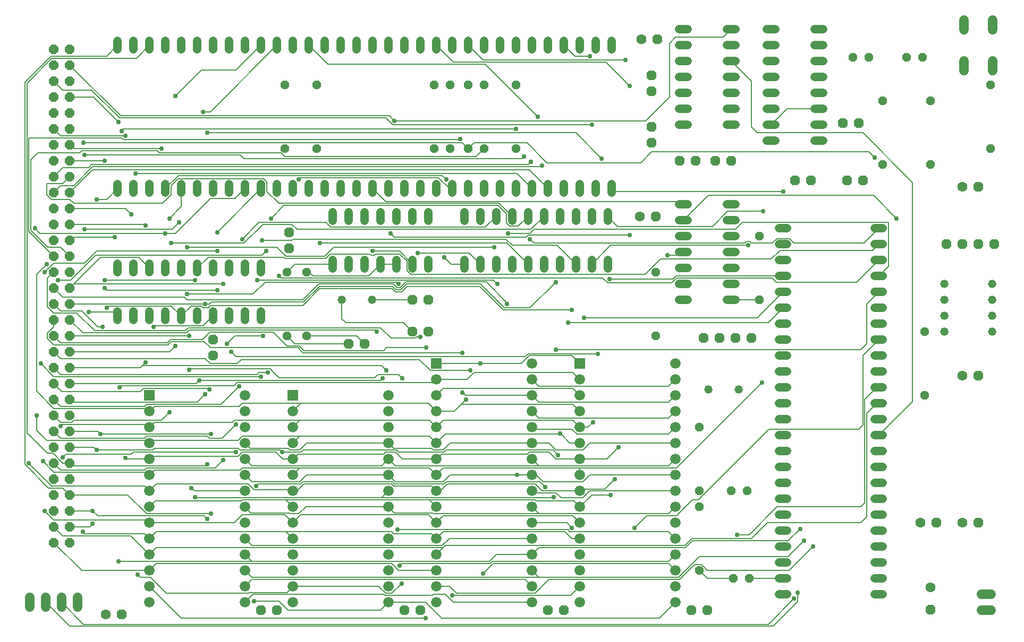
<source format=gbr>
G04 EAGLE Gerber RS-274X export*
G75*
%MOMM*%
%FSLAX34Y34*%
%LPD*%
%INBottom Copper*%
%IPPOS*%
%AMOC8*
5,1,8,0,0,1.08239X$1,22.5*%
G01*
%ADD10P,1.732040X8X22.500000*%
%ADD11C,1.600200*%
%ADD12P,1.732040X8X112.500000*%
%ADD13P,1.732040X8X292.500000*%
%ADD14C,1.320800*%
%ADD15C,1.320800*%
%ADD16C,1.524000*%
%ADD17P,1.649562X8X292.500000*%
%ADD18P,1.429621X8X22.500000*%
%ADD19P,1.429621X8X202.500000*%
%ADD20P,1.429621X8X112.500000*%
%ADD21P,1.429621X8X292.500000*%
%ADD22R,1.676400X1.676400*%
%ADD23C,1.676400*%
%ADD24C,0.152400*%
%ADD25C,0.756400*%


D10*
X1130300Y755650D03*
X1155700Y755650D03*
X1162050Y473075D03*
X1187450Y473075D03*
X1111250Y473075D03*
X1136650Y473075D03*
X1073150Y755650D03*
X1098550Y755650D03*
X1339850Y723900D03*
X1365250Y723900D03*
X1257300Y723900D03*
X1282700Y723900D03*
X1549400Y714375D03*
D11*
X1524000Y714375D03*
D10*
X1035050Y666750D03*
D11*
X1009650Y666750D03*
D10*
X184150Y31750D03*
D11*
X158750Y31750D03*
D12*
X1028700Y866775D03*
X1028700Y892175D03*
D10*
X1333500Y815975D03*
X1358900Y815975D03*
X647700Y482600D03*
X673100Y482600D03*
X546100Y463550D03*
X571500Y463550D03*
X647700Y533400D03*
X673100Y533400D03*
X1498600Y622300D03*
X1524000Y622300D03*
X1549400Y412750D03*
D11*
X1524000Y412750D03*
D10*
X1549400Y622300D03*
X1574800Y622300D03*
X1038225Y949325D03*
D11*
X1012825Y949325D03*
D10*
X1482725Y177800D03*
D11*
X1457325Y177800D03*
D13*
X1473200Y39370D03*
D11*
X1473200Y74930D03*
D12*
X1028700Y784225D03*
X1028700Y809625D03*
D10*
X1549400Y177800D03*
D11*
X1524000Y177800D03*
D10*
X406400Y38100D03*
X431800Y38100D03*
X635000Y38100D03*
X660400Y38100D03*
X863600Y38100D03*
X889000Y38100D03*
X1092200Y38100D03*
X1117600Y38100D03*
D14*
X520700Y583946D02*
X520700Y597154D01*
X546100Y597154D02*
X546100Y583946D01*
X673100Y583946D02*
X673100Y597154D01*
X673100Y660146D02*
X673100Y673354D01*
X571500Y597154D02*
X571500Y583946D01*
X596900Y583946D02*
X596900Y597154D01*
X647700Y597154D02*
X647700Y583946D01*
X622300Y583946D02*
X622300Y597154D01*
X647700Y660146D02*
X647700Y673354D01*
X622300Y673354D02*
X622300Y660146D01*
X596900Y660146D02*
X596900Y673354D01*
X571500Y673354D02*
X571500Y660146D01*
X546100Y660146D02*
X546100Y673354D01*
X520700Y673354D02*
X520700Y660146D01*
D15*
X1495425Y558800D03*
X1495425Y533400D03*
X1571625Y533400D03*
X1571625Y558800D03*
X1495425Y508000D03*
X1495425Y482600D03*
X1571625Y508000D03*
X1571625Y482600D03*
D14*
X1086104Y685800D02*
X1072896Y685800D01*
X1072896Y660400D02*
X1086104Y660400D01*
X1086104Y533400D02*
X1072896Y533400D01*
X1149096Y533400D02*
X1162304Y533400D01*
X1086104Y635000D02*
X1072896Y635000D01*
X1072896Y609600D02*
X1086104Y609600D01*
X1086104Y558800D02*
X1072896Y558800D01*
X1072896Y584200D02*
X1086104Y584200D01*
X1149096Y558800D02*
X1162304Y558800D01*
X1162304Y584200D02*
X1149096Y584200D01*
X1149096Y609600D02*
X1162304Y609600D01*
X1162304Y635000D02*
X1149096Y635000D01*
X1149096Y660400D02*
X1162304Y660400D01*
X1162304Y685800D02*
X1149096Y685800D01*
X177800Y704596D02*
X177800Y717804D01*
X203200Y717804D02*
X203200Y704596D01*
X228600Y704596D02*
X228600Y717804D01*
X254000Y717804D02*
X254000Y704596D01*
X279400Y704596D02*
X279400Y717804D01*
X304800Y717804D02*
X304800Y704596D01*
X330200Y704596D02*
X330200Y717804D01*
X355600Y717804D02*
X355600Y704596D01*
X381000Y704596D02*
X381000Y717804D01*
X406400Y717804D02*
X406400Y704596D01*
X431800Y704596D02*
X431800Y717804D01*
X457200Y717804D02*
X457200Y704596D01*
X482600Y704596D02*
X482600Y717804D01*
X508000Y717804D02*
X508000Y704596D01*
X533400Y704596D02*
X533400Y717804D01*
X558800Y717804D02*
X558800Y704596D01*
X584200Y704596D02*
X584200Y717804D01*
X609600Y717804D02*
X609600Y704596D01*
X635000Y704596D02*
X635000Y717804D01*
X965200Y717804D02*
X965200Y704596D01*
X965200Y933196D02*
X965200Y946404D01*
X635000Y946404D02*
X635000Y933196D01*
X609600Y933196D02*
X609600Y946404D01*
X584200Y946404D02*
X584200Y933196D01*
X558800Y933196D02*
X558800Y946404D01*
X533400Y946404D02*
X533400Y933196D01*
X508000Y933196D02*
X508000Y946404D01*
X482600Y946404D02*
X482600Y933196D01*
X457200Y933196D02*
X457200Y946404D01*
X431800Y946404D02*
X431800Y933196D01*
X406400Y933196D02*
X406400Y946404D01*
X381000Y946404D02*
X381000Y933196D01*
X355600Y933196D02*
X355600Y946404D01*
X330200Y946404D02*
X330200Y933196D01*
X304800Y933196D02*
X304800Y946404D01*
X279400Y946404D02*
X279400Y933196D01*
X254000Y933196D02*
X254000Y946404D01*
X228600Y946404D02*
X228600Y933196D01*
X203200Y933196D02*
X203200Y946404D01*
X177800Y946404D02*
X177800Y933196D01*
X660400Y717804D02*
X660400Y704596D01*
X685800Y704596D02*
X685800Y717804D01*
X711200Y717804D02*
X711200Y704596D01*
X736600Y704596D02*
X736600Y717804D01*
X762000Y717804D02*
X762000Y704596D01*
X787400Y704596D02*
X787400Y717804D01*
X812800Y717804D02*
X812800Y704596D01*
X838200Y704596D02*
X838200Y717804D01*
X863600Y717804D02*
X863600Y704596D01*
X889000Y704596D02*
X889000Y717804D01*
X914400Y717804D02*
X914400Y704596D01*
X939800Y704596D02*
X939800Y717804D01*
X660400Y933196D02*
X660400Y946404D01*
X685800Y946404D02*
X685800Y933196D01*
X711200Y933196D02*
X711200Y946404D01*
X736600Y946404D02*
X736600Y933196D01*
X762000Y933196D02*
X762000Y946404D01*
X787400Y946404D02*
X787400Y933196D01*
X812800Y933196D02*
X812800Y946404D01*
X838200Y946404D02*
X838200Y933196D01*
X863600Y933196D02*
X863600Y946404D01*
X889000Y946404D02*
X889000Y933196D01*
X914400Y933196D02*
X914400Y946404D01*
X939800Y946404D02*
X939800Y933196D01*
X730250Y597154D02*
X730250Y583946D01*
X755650Y583946D02*
X755650Y597154D01*
X781050Y597154D02*
X781050Y583946D01*
X806450Y583946D02*
X806450Y597154D01*
X831850Y597154D02*
X831850Y583946D01*
X857250Y583946D02*
X857250Y597154D01*
X882650Y597154D02*
X882650Y583946D01*
X908050Y583946D02*
X908050Y597154D01*
X933450Y597154D02*
X933450Y583946D01*
X958850Y583946D02*
X958850Y597154D01*
X958850Y660146D02*
X958850Y673354D01*
X933450Y673354D02*
X933450Y660146D01*
X908050Y660146D02*
X908050Y673354D01*
X882650Y673354D02*
X882650Y660146D01*
X857250Y660146D02*
X857250Y673354D01*
X831850Y673354D02*
X831850Y660146D01*
X806450Y660146D02*
X806450Y673354D01*
X781050Y673354D02*
X781050Y660146D01*
X755650Y660146D02*
X755650Y673354D01*
X730250Y673354D02*
X730250Y660146D01*
X1072896Y965200D02*
X1086104Y965200D01*
X1086104Y939800D02*
X1072896Y939800D01*
X1072896Y812800D02*
X1086104Y812800D01*
X1149096Y812800D02*
X1162304Y812800D01*
X1086104Y914400D02*
X1072896Y914400D01*
X1072896Y889000D02*
X1086104Y889000D01*
X1086104Y838200D02*
X1072896Y838200D01*
X1072896Y863600D02*
X1086104Y863600D01*
X1149096Y838200D02*
X1162304Y838200D01*
X1162304Y863600D02*
X1149096Y863600D01*
X1149096Y889000D02*
X1162304Y889000D01*
X1162304Y914400D02*
X1149096Y914400D01*
X1149096Y939800D02*
X1162304Y939800D01*
X1162304Y965200D02*
X1149096Y965200D01*
X1231646Y647700D02*
X1244854Y647700D01*
X1244854Y622300D02*
X1231646Y622300D01*
X1231646Y596900D02*
X1244854Y596900D01*
X1244854Y571500D02*
X1231646Y571500D01*
X1231646Y546100D02*
X1244854Y546100D01*
X1244854Y520700D02*
X1231646Y520700D01*
X1231646Y495300D02*
X1244854Y495300D01*
X1244854Y469900D02*
X1231646Y469900D01*
X1231646Y444500D02*
X1244854Y444500D01*
X1244854Y419100D02*
X1231646Y419100D01*
X1231646Y393700D02*
X1244854Y393700D01*
X1244854Y368300D02*
X1231646Y368300D01*
X1231646Y342900D02*
X1244854Y342900D01*
X1244854Y317500D02*
X1231646Y317500D01*
X1231646Y292100D02*
X1244854Y292100D01*
X1244854Y266700D02*
X1231646Y266700D01*
X1231646Y241300D02*
X1244854Y241300D01*
X1244854Y215900D02*
X1231646Y215900D01*
X1231646Y190500D02*
X1244854Y190500D01*
X1244854Y165100D02*
X1231646Y165100D01*
X1231646Y139700D02*
X1244854Y139700D01*
X1244854Y114300D02*
X1231646Y114300D01*
X1231646Y88900D02*
X1244854Y88900D01*
X1244854Y63500D02*
X1231646Y63500D01*
X1384046Y63500D02*
X1397254Y63500D01*
X1397254Y88900D02*
X1384046Y88900D01*
X1384046Y114300D02*
X1397254Y114300D01*
X1397254Y139700D02*
X1384046Y139700D01*
X1384046Y165100D02*
X1397254Y165100D01*
X1397254Y190500D02*
X1384046Y190500D01*
X1384046Y215900D02*
X1397254Y215900D01*
X1397254Y241300D02*
X1384046Y241300D01*
X1384046Y266700D02*
X1397254Y266700D01*
X1397254Y292100D02*
X1384046Y292100D01*
X1384046Y317500D02*
X1397254Y317500D01*
X1397254Y342900D02*
X1384046Y342900D01*
X1384046Y368300D02*
X1397254Y368300D01*
X1397254Y393700D02*
X1384046Y393700D01*
X1384046Y419100D02*
X1397254Y419100D01*
X1397254Y444500D02*
X1384046Y444500D01*
X1384046Y469900D02*
X1397254Y469900D01*
X1397254Y495300D02*
X1384046Y495300D01*
X1384046Y520700D02*
X1397254Y520700D01*
X1397254Y546100D02*
X1384046Y546100D01*
X1384046Y571500D02*
X1397254Y571500D01*
X1397254Y596900D02*
X1384046Y596900D01*
X1384046Y622300D02*
X1397254Y622300D01*
X1397254Y647700D02*
X1384046Y647700D01*
X1225804Y965200D02*
X1212596Y965200D01*
X1212596Y939800D02*
X1225804Y939800D01*
X1225804Y812800D02*
X1212596Y812800D01*
X1212596Y787400D02*
X1225804Y787400D01*
X1225804Y914400D02*
X1212596Y914400D01*
X1212596Y889000D02*
X1225804Y889000D01*
X1225804Y838200D02*
X1212596Y838200D01*
X1212596Y863600D02*
X1225804Y863600D01*
X1288796Y787400D02*
X1302004Y787400D01*
X1302004Y812800D02*
X1288796Y812800D01*
X1288796Y838200D02*
X1302004Y838200D01*
X1302004Y863600D02*
X1288796Y863600D01*
X1288796Y889000D02*
X1302004Y889000D01*
X1302004Y914400D02*
X1288796Y914400D01*
X1288796Y939800D02*
X1302004Y939800D01*
X1302004Y965200D02*
X1288796Y965200D01*
D16*
X38100Y58420D02*
X38100Y43180D01*
X63500Y43180D02*
X63500Y58420D01*
X88900Y58420D02*
X88900Y43180D01*
X114300Y43180D02*
X114300Y58420D01*
X1554480Y63500D02*
X1569720Y63500D01*
X1569720Y38100D02*
X1554480Y38100D01*
D17*
X76200Y933450D03*
X101600Y933450D03*
X76200Y908050D03*
X101600Y908050D03*
X76200Y882650D03*
X101600Y882650D03*
X76200Y857250D03*
X101600Y857250D03*
X76200Y831850D03*
X101600Y831850D03*
X76200Y806450D03*
X101600Y806450D03*
X76200Y781050D03*
X101600Y781050D03*
X76200Y755650D03*
X101600Y755650D03*
X76200Y730250D03*
X101600Y730250D03*
X76200Y704850D03*
X101600Y704850D03*
X76200Y679450D03*
X101600Y679450D03*
X76200Y654050D03*
X101600Y654050D03*
X76200Y628650D03*
X101600Y628650D03*
X76200Y603250D03*
X101600Y603250D03*
X76200Y577850D03*
X101600Y577850D03*
X76200Y552450D03*
X101600Y552450D03*
X76200Y527050D03*
X101600Y527050D03*
X76200Y501650D03*
X101600Y501650D03*
X76200Y476250D03*
X101600Y476250D03*
X76200Y450850D03*
X101600Y450850D03*
X76200Y425450D03*
X101600Y425450D03*
X76200Y400050D03*
X101600Y400050D03*
X76200Y374650D03*
X101600Y374650D03*
X76200Y349250D03*
X101600Y349250D03*
X76200Y323850D03*
X101600Y323850D03*
X76200Y298450D03*
X101600Y298450D03*
X76200Y273050D03*
X101600Y273050D03*
X76200Y247650D03*
X101600Y247650D03*
X76200Y222250D03*
X101600Y222250D03*
X76200Y196850D03*
X101600Y196850D03*
X76200Y171450D03*
X101600Y171450D03*
X76200Y146050D03*
X101600Y146050D03*
D18*
X1155700Y228600D03*
X1181100Y228600D03*
X1158875Y88900D03*
X1184275Y88900D03*
X1435100Y920750D03*
X1460500Y920750D03*
D19*
X1374775Y920750D03*
X1349375Y920750D03*
D15*
X1167130Y390525D03*
X1118870Y390525D03*
X534670Y533400D03*
X582930Y533400D03*
D20*
X682625Y774700D03*
X682625Y876300D03*
X444500Y774700D03*
X444500Y876300D03*
X479425Y476250D03*
X479425Y577850D03*
X708025Y774700D03*
X708025Y876300D03*
X1463675Y381000D03*
X1463675Y482600D03*
X1568450Y774700D03*
X1568450Y876300D03*
X1473200Y749300D03*
X1473200Y850900D03*
D21*
X1397000Y850900D03*
X1397000Y749300D03*
D20*
X1200150Y533400D03*
X1200150Y635000D03*
D21*
X1035050Y577850D03*
X1035050Y476250D03*
D20*
X1104900Y228600D03*
X1104900Y330200D03*
X1104900Y101600D03*
X1104900Y203200D03*
X736600Y774700D03*
X736600Y876300D03*
D21*
X447675Y577850D03*
X447675Y476250D03*
D20*
X762000Y774700D03*
X762000Y876300D03*
X812800Y774700D03*
X812800Y876300D03*
X495300Y774700D03*
X495300Y876300D03*
D16*
X1526794Y899668D02*
X1526794Y914908D01*
X1572006Y914908D02*
X1572006Y899668D01*
X1526794Y964692D02*
X1526794Y979932D01*
X1572006Y979932D02*
X1572006Y964692D01*
D22*
X228600Y381000D03*
D23*
X228600Y355600D03*
X228600Y330200D03*
X228600Y304800D03*
X228600Y279400D03*
X228600Y254000D03*
X228600Y228600D03*
X228600Y203200D03*
X228600Y177800D03*
X228600Y152400D03*
X228600Y127000D03*
X228600Y101600D03*
X228600Y76200D03*
X228600Y50800D03*
X381000Y50800D03*
X381000Y76200D03*
X381000Y101600D03*
X381000Y127000D03*
X381000Y152400D03*
X381000Y177800D03*
X381000Y203200D03*
X381000Y228600D03*
X381000Y254000D03*
X381000Y279400D03*
X381000Y304800D03*
X381000Y330200D03*
X381000Y355600D03*
X381000Y381000D03*
D22*
X457200Y381000D03*
D23*
X457200Y355600D03*
X457200Y330200D03*
X457200Y304800D03*
X457200Y279400D03*
X457200Y254000D03*
X457200Y228600D03*
X457200Y203200D03*
X457200Y177800D03*
X457200Y152400D03*
X457200Y127000D03*
X457200Y101600D03*
X457200Y76200D03*
X457200Y50800D03*
X609600Y50800D03*
X609600Y76200D03*
X609600Y101600D03*
X609600Y127000D03*
X609600Y152400D03*
X609600Y177800D03*
X609600Y203200D03*
X609600Y228600D03*
X609600Y254000D03*
X609600Y279400D03*
X609600Y304800D03*
X609600Y330200D03*
X609600Y355600D03*
X609600Y381000D03*
D22*
X685800Y431800D03*
D23*
X685800Y406400D03*
X685800Y381000D03*
X685800Y355600D03*
X685800Y330200D03*
X685800Y304800D03*
X685800Y279400D03*
X685800Y254000D03*
X685800Y228600D03*
X685800Y203200D03*
X685800Y177800D03*
X685800Y152400D03*
X685800Y127000D03*
X685800Y101600D03*
X685800Y76200D03*
X685800Y50800D03*
X838200Y50800D03*
X838200Y76200D03*
X838200Y101600D03*
X838200Y127000D03*
X838200Y152400D03*
X838200Y177800D03*
X838200Y203200D03*
X838200Y228600D03*
X838200Y254000D03*
X838200Y279400D03*
X838200Y304800D03*
X838200Y330200D03*
X838200Y355600D03*
X838200Y381000D03*
X838200Y406400D03*
X838200Y431800D03*
D22*
X914400Y431800D03*
D23*
X914400Y406400D03*
X914400Y381000D03*
X914400Y355600D03*
X914400Y330200D03*
X914400Y304800D03*
X914400Y279400D03*
X914400Y254000D03*
X914400Y228600D03*
X914400Y203200D03*
X914400Y177800D03*
X914400Y152400D03*
X914400Y127000D03*
X914400Y101600D03*
X914400Y76200D03*
X914400Y50800D03*
X1066800Y50800D03*
X1066800Y76200D03*
X1066800Y101600D03*
X1066800Y127000D03*
X1066800Y152400D03*
X1066800Y177800D03*
X1066800Y203200D03*
X1066800Y228600D03*
X1066800Y254000D03*
X1066800Y279400D03*
X1066800Y304800D03*
X1066800Y330200D03*
X1066800Y355600D03*
X1066800Y381000D03*
X1066800Y406400D03*
X1066800Y431800D03*
D14*
X177800Y501396D02*
X177800Y514604D01*
X203200Y514604D02*
X203200Y501396D01*
X228600Y501396D02*
X228600Y514604D01*
X254000Y514604D02*
X254000Y501396D01*
X279400Y501396D02*
X279400Y514604D01*
X304800Y514604D02*
X304800Y501396D01*
X330200Y501396D02*
X330200Y514604D01*
X355600Y514604D02*
X355600Y501396D01*
X381000Y501396D02*
X381000Y514604D01*
X406400Y514604D02*
X406400Y501396D01*
X406400Y577596D02*
X406400Y590804D01*
X381000Y590804D02*
X381000Y577596D01*
X355600Y577596D02*
X355600Y590804D01*
X330200Y590804D02*
X330200Y577596D01*
X304800Y577596D02*
X304800Y590804D01*
X279400Y590804D02*
X279400Y577596D01*
X254000Y577596D02*
X254000Y590804D01*
X228600Y590804D02*
X228600Y577596D01*
X203200Y577596D02*
X203200Y590804D01*
X177800Y590804D02*
X177800Y577596D01*
D12*
X330200Y444500D03*
X330200Y469900D03*
D13*
X450850Y641350D03*
X450850Y615950D03*
D24*
X623888Y166688D02*
X895350Y166688D01*
X898525Y163513D01*
X1055688Y163513D01*
X1066800Y152400D01*
X325438Y833438D02*
X431800Y939800D01*
X325438Y833438D02*
X314325Y833438D01*
X292100Y476250D02*
X101600Y476250D01*
D25*
X623888Y166688D03*
X314325Y833438D03*
X292100Y476250D03*
X625475Y558800D03*
X288925Y542925D03*
D24*
X393700Y542925D01*
X412750Y561975D01*
X622300Y561975D01*
X625475Y558800D01*
X630238Y112713D02*
X627063Y109538D01*
X630238Y112713D02*
X771525Y112713D01*
X774700Y115888D01*
X1055688Y115888D01*
X1066800Y127000D01*
X366713Y900113D02*
X406400Y939800D01*
X366713Y900113D02*
X311150Y900113D01*
X269875Y858838D01*
X269875Y460375D02*
X260350Y450850D01*
X101600Y450850D01*
X625475Y414338D02*
X631825Y407988D01*
X625475Y414338D02*
X592138Y414338D01*
X587375Y409575D01*
X434975Y409575D01*
X420688Y423863D01*
X293688Y423863D01*
X292100Y422275D01*
D25*
X627063Y109538D03*
X269875Y858838D03*
X269875Y460375D03*
X631825Y407988D03*
X292100Y422275D03*
D24*
X760413Y96838D02*
X776288Y112713D01*
X1055688Y112713D01*
X1066800Y101600D01*
X217488Y428625D02*
X214313Y425450D01*
X217488Y428625D02*
X222250Y433388D01*
X214313Y425450D02*
X101600Y425450D01*
X598488Y428625D02*
X606425Y420688D01*
X598488Y428625D02*
X217488Y428625D01*
D25*
X760413Y96838D03*
X222250Y433388D03*
X606425Y420688D03*
D24*
X307975Y404813D02*
X303213Y400050D01*
X101600Y400050D01*
X596900Y404813D02*
X600075Y407988D01*
X596900Y404813D02*
X307975Y404813D01*
D25*
X307975Y404813D03*
X600075Y407988D03*
D24*
X668338Y50800D02*
X693738Y25400D01*
X1041400Y25400D01*
X1066800Y50800D01*
X317500Y382588D02*
X304800Y369888D01*
X106363Y369888D01*
X101600Y374650D01*
X596900Y38100D02*
X609600Y50800D01*
X596900Y38100D02*
X449263Y38100D01*
X434975Y52388D01*
X395288Y52388D01*
D25*
X317500Y382588D03*
X395288Y52388D03*
D24*
X609600Y50800D02*
X668338Y50800D01*
X265113Y646113D02*
X276225Y657225D01*
X265113Y646113D02*
X125413Y646113D01*
X457200Y76200D02*
X447675Y66675D01*
X387350Y66675D01*
X385763Y65088D01*
X255588Y65088D01*
X230188Y90488D01*
X214313Y90488D01*
X209550Y95250D01*
X900113Y61913D02*
X914400Y76200D01*
X630238Y80963D02*
X614363Y65088D01*
X604838Y65088D01*
X593725Y76200D01*
X457200Y76200D01*
D25*
X276225Y657225D03*
X125413Y646113D03*
X209550Y95250D03*
X711200Y61913D03*
X630238Y80963D03*
D24*
X711200Y61913D02*
X900113Y61913D01*
X150813Y319088D02*
X146050Y323850D01*
X101600Y323850D01*
X150813Y319088D02*
X327025Y319088D01*
X850900Y242888D02*
X858838Y234950D01*
X850900Y242888D02*
X701675Y242888D01*
X698500Y239713D01*
X619125Y239713D01*
X615950Y242888D01*
X473075Y242888D01*
X469900Y239713D01*
X401638Y239713D01*
X398463Y236538D01*
D25*
X150813Y319088D03*
X327025Y319088D03*
X858838Y234950D03*
X398463Y236538D03*
D24*
X144463Y293688D02*
X139700Y298450D01*
X101600Y298450D01*
X436563Y293688D02*
X439738Y290513D01*
X436563Y293688D02*
X373063Y293688D01*
X369888Y296863D01*
X236538Y296863D01*
X233363Y293688D01*
X144463Y293688D01*
X871538Y293688D02*
X879475Y285750D01*
X871538Y293688D02*
X701675Y293688D01*
X698500Y290513D01*
X625475Y290513D01*
X622300Y293688D01*
X473075Y293688D01*
X469900Y290513D01*
X439738Y290513D01*
D25*
X144463Y293688D03*
X439738Y290513D03*
X879475Y285750D03*
D24*
X228600Y939800D02*
X207963Y919163D01*
X73025Y919163D01*
X33338Y879475D01*
X90488Y273050D02*
X101600Y273050D01*
X381000Y152400D02*
X392113Y141288D01*
X695325Y141288D01*
X706438Y152400D01*
X838200Y152400D01*
X106363Y268288D02*
X101600Y273050D01*
X106363Y268288D02*
X317500Y268288D01*
X320675Y271463D01*
D25*
X876300Y454025D03*
X320675Y271463D03*
D24*
X74994Y288544D02*
X65920Y288544D01*
X33338Y321127D01*
X33338Y879475D01*
X74994Y288544D02*
X90488Y273050D01*
X1362075Y454025D02*
X1371600Y463550D01*
X1371600Y527050D01*
X1390650Y546100D01*
X1362075Y454025D02*
X876300Y454025D01*
X1246188Y149225D02*
X1265238Y168275D01*
X1246188Y149225D02*
X1093788Y149225D01*
X1082675Y138113D01*
X849313Y138113D01*
X838200Y127000D01*
X392113Y115888D02*
X381000Y127000D01*
X392113Y115888D02*
X769938Y115888D01*
X781050Y127000D01*
X838200Y127000D01*
X392113Y115888D02*
X179388Y115888D01*
D25*
X1265238Y168275D03*
X179388Y115888D03*
D24*
X160338Y922338D02*
X177800Y939800D01*
X160338Y922338D02*
X71438Y922338D01*
X30163Y881063D01*
X1246188Y123825D02*
X1271588Y149225D01*
X1246188Y123825D02*
X1104900Y123825D01*
X1071563Y90488D01*
X849313Y90488D01*
X838200Y101600D01*
X392113Y90488D02*
X381000Y101600D01*
X392113Y90488D02*
X849313Y90488D01*
X193675Y222250D02*
X101600Y222250D01*
X193675Y222250D02*
X223838Y192088D01*
X327025Y192088D01*
D25*
X1271588Y149225D03*
X327025Y192088D03*
D24*
X90361Y233490D02*
X67492Y233490D01*
X30163Y270819D01*
X30163Y881063D01*
X90361Y233490D02*
X101600Y222250D01*
X160338Y693738D02*
X177800Y711200D01*
X160338Y693738D02*
X144463Y693738D01*
X138113Y196850D02*
X101600Y196850D01*
X1103313Y214313D02*
X1216025Y327025D01*
X1103313Y214313D02*
X1093788Y214313D01*
X1068388Y188913D01*
X1020763Y188913D01*
X1001713Y169863D01*
X392113Y87313D02*
X381000Y76200D01*
X392113Y87313D02*
X827088Y87313D01*
X838200Y76200D01*
X146050Y188913D02*
X138113Y196850D01*
X146050Y188913D02*
X315913Y188913D01*
X320675Y184150D01*
D25*
X144463Y693738D03*
X138113Y196850D03*
X1001713Y169863D03*
X320675Y184150D03*
D24*
X1358900Y327025D02*
X1365377Y333502D01*
X1365377Y444627D02*
X1390650Y469900D01*
X1358900Y327025D02*
X1216025Y327025D01*
X1365377Y333502D02*
X1365377Y444627D01*
X138113Y176213D02*
X133350Y171450D01*
X101600Y171450D01*
X381000Y50800D02*
X393700Y63500D01*
X601663Y63500D01*
X603250Y61913D01*
X679450Y61913D01*
X681038Y63500D01*
X700088Y63500D01*
X712788Y50800D01*
X838200Y50800D01*
D25*
X138113Y176213D03*
D24*
X1108075Y111125D02*
X1117600Y101600D01*
X1108075Y111125D02*
X1096963Y111125D01*
X1073150Y87313D01*
X865188Y87313D01*
X842963Y65088D01*
X717550Y65088D01*
X706438Y76200D01*
X685800Y76200D01*
X279400Y25400D02*
X228600Y76200D01*
X279400Y25400D02*
X668338Y25400D01*
D25*
X668338Y25400D03*
D24*
X1117600Y101600D02*
X1247775Y101600D01*
X1285875Y139700D01*
D25*
X1285875Y139700D03*
D24*
X120650Y101600D02*
X76200Y146050D01*
X120650Y101600D02*
X228600Y101600D01*
X254000Y711200D02*
X274638Y731838D01*
X695325Y731838D01*
X701675Y725488D01*
X239713Y112713D02*
X228600Y101600D01*
X239713Y112713D02*
X614363Y112713D01*
X625475Y101600D01*
X685800Y101600D01*
D25*
X1165225Y158750D03*
X701675Y725488D03*
D24*
X1165225Y158750D02*
X1184275Y158750D01*
X1228725Y203200D01*
X1362075Y203200D01*
X1368425Y209550D01*
X1368425Y374650D01*
X1387475Y393700D01*
X1390650Y393700D01*
X90488Y157163D02*
X76200Y171450D01*
X90488Y157163D02*
X198438Y157163D01*
X228600Y127000D01*
X685800Y127000D02*
X696913Y138113D01*
X700088Y141288D01*
X239713Y138113D02*
X228600Y127000D01*
X239713Y138113D02*
X696913Y138113D01*
D25*
X260350Y663575D03*
D24*
X279400Y682625D01*
X279400Y711200D01*
X1081539Y141288D02*
X1092525Y152273D01*
X1187323Y152273D01*
X1362075Y177800D02*
X1371600Y187325D01*
X1371600Y352425D01*
X1387475Y368300D01*
X1390650Y368300D01*
X1081539Y141288D02*
X700088Y141288D01*
X1212850Y177800D02*
X1362075Y177800D01*
X1212850Y177800D02*
X1187323Y152273D01*
X847725Y825500D02*
X763588Y909638D01*
X512763Y909638D01*
X482600Y939800D01*
X76200Y374650D02*
X87313Y363538D01*
X220663Y363538D01*
X223838Y366713D01*
X342900Y366713D01*
X371475Y395288D01*
D25*
X847725Y825500D03*
X371475Y395288D03*
D24*
X798513Y623888D02*
X831850Y590550D01*
X798513Y623888D02*
X500063Y623888D01*
X88900Y387350D02*
X76200Y400050D01*
X88900Y387350D02*
X214313Y387350D01*
X219075Y392113D01*
X322263Y392113D01*
X323850Y390525D01*
X352425Y463550D02*
X365125Y476250D01*
X409575Y476250D01*
D25*
X500063Y623888D03*
X323850Y390525D03*
X352425Y463550D03*
X409575Y476250D03*
D24*
X87313Y414338D02*
X76200Y425450D01*
X87313Y414338D02*
X400050Y414338D01*
X403225Y417513D01*
X417513Y417513D01*
D25*
X417513Y417513D03*
D24*
X87313Y439738D02*
X76200Y450850D01*
X87313Y439738D02*
X317500Y439738D01*
X325438Y431800D01*
X368300Y431800D01*
X374650Y438150D01*
X658813Y438150D01*
X676275Y420688D01*
X739775Y420688D01*
D25*
X739775Y420688D03*
D24*
X727075Y385763D02*
X731838Y381000D01*
X838200Y381000D01*
X709613Y590550D02*
X698500Y601663D01*
X709613Y590550D02*
X730250Y590550D01*
X325438Y457200D02*
X315913Y466725D01*
X325438Y457200D02*
X465138Y457200D01*
X473075Y449263D01*
X727075Y449263D01*
X1055688Y369888D02*
X1066800Y381000D01*
X1055688Y369888D02*
X849313Y369888D01*
X838200Y381000D01*
D25*
X727075Y385763D03*
X698500Y601663D03*
X727075Y449263D03*
D24*
X66294Y472147D02*
X66294Y480353D01*
X76351Y462090D02*
X258438Y462090D01*
X76351Y462090D02*
X66294Y472147D01*
X76200Y490259D02*
X76200Y501650D01*
X76200Y490259D02*
X66294Y480353D01*
X258438Y462090D02*
X263073Y466725D01*
X315913Y466725D01*
X87313Y515938D02*
X76200Y527050D01*
X87313Y515938D02*
X120650Y515938D01*
X146050Y490538D01*
X153988Y490538D01*
X184150Y396875D02*
X180975Y393700D01*
X184150Y396875D02*
X363538Y396875D01*
X368300Y401638D01*
X681038Y401638D01*
X685800Y406400D01*
X903288Y417513D02*
X914400Y406400D01*
X903288Y417513D02*
X746125Y417513D01*
X735013Y406400D01*
X685800Y406400D01*
D25*
X153988Y490538D03*
X180975Y393700D03*
D24*
X90488Y538163D02*
X76200Y552450D01*
X90488Y538163D02*
X284163Y538163D01*
X288925Y533400D01*
X685800Y939800D02*
X712788Y912813D01*
X955675Y912813D01*
X993775Y874713D01*
X838200Y406400D02*
X849313Y395288D01*
X1055688Y395288D01*
X1066800Y406400D01*
D25*
X798513Y527050D03*
X993775Y874713D03*
D24*
X473075Y533400D02*
X288925Y533400D01*
X473075Y533400D02*
X498475Y558800D01*
X622962Y552732D02*
X627989Y552732D01*
X622962Y552732D02*
X616894Y558800D01*
X627989Y552732D02*
X637359Y562102D01*
X798513Y528638D02*
X798513Y527050D01*
X616894Y558800D02*
X498475Y558800D01*
X637359Y562102D02*
X765048Y562102D01*
X798513Y528638D01*
X285750Y484188D02*
X141288Y484188D01*
X285750Y484188D02*
X290513Y488950D01*
X903288Y392113D02*
X914400Y381000D01*
X903288Y392113D02*
X696913Y392113D01*
X685800Y381000D01*
D25*
X660400Y474663D03*
D24*
X112586Y512890D02*
X76351Y512890D01*
X66294Y522947D01*
X112586Y512890D02*
X141288Y484188D01*
X66294Y567944D02*
X76200Y577850D01*
X66294Y567944D02*
X66294Y522947D01*
X651961Y472313D02*
X654311Y474663D01*
X660400Y474663D01*
X651961Y472313D02*
X613537Y472313D01*
X596900Y488950D01*
X290513Y488950D01*
X736600Y939800D02*
X760413Y915988D01*
X987425Y915988D01*
X76200Y603250D02*
X36513Y642938D01*
X36513Y792163D01*
X184150Y792163D01*
X187325Y788988D01*
X722313Y788988D01*
X723900Y790575D01*
X838200Y330200D02*
X841375Y327025D01*
X901700Y327025D01*
X909638Y319088D01*
X1055688Y319088D01*
X1066800Y330200D01*
D25*
X987425Y915988D03*
X723900Y790575D03*
D24*
X65088Y590550D02*
X49213Y574675D01*
X227013Y357188D02*
X228600Y355600D01*
X227013Y357188D02*
X223838Y360363D01*
X714375Y355600D02*
X725488Y366713D01*
X733425Y374650D01*
X714375Y355600D02*
X685800Y355600D01*
X469900Y368300D02*
X457200Y355600D01*
X469900Y368300D02*
X673100Y368300D01*
X685800Y355600D01*
X903288Y366713D02*
X914400Y355600D01*
X903288Y366713D02*
X725488Y366713D01*
X236538Y363538D02*
X228600Y355600D01*
X236538Y363538D02*
X371475Y363538D01*
X376238Y368300D01*
X469900Y368300D01*
D25*
X65088Y590550D03*
X733425Y374650D03*
D24*
X223838Y360363D02*
X223711Y360490D01*
X76351Y360490D01*
X49213Y387628D01*
X49213Y574675D01*
X55563Y431800D02*
X76200Y411163D01*
X406400Y411163D01*
X814388Y254000D02*
X838200Y254000D01*
X620713Y242888D02*
X609600Y254000D01*
X620713Y242888D02*
X696913Y242888D01*
X708025Y254000D01*
X814388Y254000D01*
X930275Y254000D02*
X1066800Y254000D01*
X930275Y254000D02*
X919163Y242888D01*
X855663Y242888D01*
X844550Y254000D01*
X838200Y254000D01*
X392113Y242888D02*
X381000Y254000D01*
X392113Y242888D02*
X468313Y242888D01*
X479425Y254000D01*
X609600Y254000D01*
D25*
X55563Y431800D03*
X406400Y411163D03*
X814388Y254000D03*
D24*
X390525Y193675D02*
X381000Y203200D01*
X390525Y193675D02*
X450850Y193675D01*
X452438Y192088D01*
X466725Y192088D01*
X477838Y203200D01*
X609600Y203200D01*
X838200Y203200D02*
X849313Y192088D01*
X1055688Y192088D01*
X1066800Y203200D01*
X619125Y193675D02*
X609600Y203200D01*
X619125Y193675D02*
X679450Y193675D01*
X681038Y192088D01*
X849313Y192088D01*
X392113Y268288D02*
X381000Y279400D01*
X392113Y268288D02*
X598488Y268288D01*
X609600Y279400D01*
X87313Y715963D02*
X76200Y704850D01*
X87313Y715963D02*
X107950Y715963D01*
X138113Y746125D01*
X1055688Y268288D02*
X1066800Y279400D01*
X1055688Y268288D02*
X849313Y268288D01*
X838200Y279400D01*
X620713Y268288D02*
X609600Y279400D01*
X620713Y268288D02*
X849313Y268288D01*
D25*
X854075Y747713D03*
D24*
X852488Y746125D01*
X138113Y746125D01*
X381000Y304800D02*
X388938Y296863D01*
X449263Y296863D01*
X452438Y293688D01*
X468313Y293688D01*
X479425Y304800D01*
X609600Y304800D01*
X90488Y744538D02*
X76200Y730250D01*
X90488Y744538D02*
X131763Y744538D01*
X136525Y749300D01*
X930275Y304800D02*
X1066800Y304800D01*
X930275Y304800D02*
X919163Y293688D01*
X876300Y293688D01*
X865188Y304800D01*
X838200Y304800D01*
X617538Y296863D02*
X609600Y304800D01*
X617538Y296863D02*
X677863Y296863D01*
X681038Y293688D01*
X696913Y293688D01*
X708025Y304800D01*
X838200Y304800D01*
D25*
X836613Y754063D03*
D24*
X831850Y749300D01*
X136525Y749300D01*
X90488Y334963D02*
X87313Y331788D01*
X90488Y334963D02*
X223838Y334963D01*
X228600Y330200D01*
X457200Y330200D02*
X468313Y341313D01*
X674688Y341313D01*
X685800Y330200D01*
X906463Y922338D02*
X889000Y939800D01*
X906463Y922338D02*
X930275Y922338D01*
X935038Y338138D02*
X927100Y330200D01*
X914400Y330200D01*
X696913Y341313D02*
X685800Y330200D01*
X696913Y341313D02*
X903288Y341313D01*
X914400Y330200D01*
X236538Y338138D02*
X228600Y330200D01*
X236538Y338138D02*
X360363Y338138D01*
X363538Y341313D01*
X468313Y341313D01*
D25*
X87313Y331788D03*
X930275Y922338D03*
X935038Y338138D03*
D24*
X468313Y315913D02*
X457200Y304800D01*
X468313Y315913D02*
X674688Y315913D01*
X685800Y304800D01*
X884238Y319088D02*
X898525Y304800D01*
X914400Y304800D01*
X700088Y319088D02*
X685800Y304800D01*
X700088Y319088D02*
X884238Y319088D01*
X882650Y320675D01*
X233363Y309563D02*
X228600Y304800D01*
X233363Y309563D02*
X369888Y309563D01*
X376238Y315913D01*
X468313Y315913D01*
D25*
X49213Y349250D03*
X882650Y320675D03*
D24*
X228600Y304800D02*
X223838Y309563D01*
X49213Y325438D02*
X49213Y349250D01*
X49213Y325438D02*
X65088Y309563D01*
X223838Y309563D01*
X87313Y795338D02*
X76200Y806450D01*
X87313Y795338D02*
X190500Y795338D01*
X190500Y280988D02*
X192088Y279400D01*
X228600Y279400D01*
X457200Y279400D02*
X465138Y287338D01*
X601663Y287338D01*
X604838Y290513D01*
X620713Y290513D01*
X631825Y279400D01*
X685800Y279400D01*
X957263Y279400D02*
X976313Y298450D01*
X957263Y279400D02*
X914400Y279400D01*
X693738Y287338D02*
X685800Y279400D01*
X693738Y287338D02*
X830263Y287338D01*
X833438Y290513D01*
X865188Y290513D01*
X876300Y279400D01*
X914400Y279400D01*
X233363Y284163D02*
X228600Y279400D01*
X233363Y284163D02*
X369888Y284163D01*
X376238Y290513D01*
X430213Y290513D01*
X441325Y279400D01*
X457200Y279400D01*
D25*
X190500Y795338D03*
X190500Y280988D03*
X976313Y298450D03*
D24*
X76200Y258763D02*
X58738Y276225D01*
X76200Y258763D02*
X223838Y258763D01*
X228600Y254000D01*
X457200Y254000D02*
X468313Y265113D01*
X674688Y265113D01*
X685800Y254000D01*
X1068388Y265113D02*
X1204913Y401638D01*
X696913Y265113D02*
X685800Y254000D01*
X914400Y265113D02*
X1068388Y265113D01*
X914400Y265113D02*
X696913Y265113D01*
X236538Y261938D02*
X228600Y254000D01*
X236538Y261938D02*
X373063Y261938D01*
X376238Y265113D01*
X468313Y265113D01*
D25*
X58738Y276225D03*
X1204913Y401638D03*
D24*
X914400Y265113D02*
X914400Y254000D01*
X969963Y706438D02*
X965200Y711200D01*
X969963Y706438D02*
X1238250Y706438D01*
X73025Y236538D02*
X36513Y273050D01*
X73025Y236538D02*
X220663Y236538D01*
X228600Y228600D01*
X455613Y230188D02*
X457200Y228600D01*
X455613Y230188D02*
X395288Y230188D01*
X385763Y239713D01*
X239713Y239713D01*
X228600Y228600D01*
X677863Y236538D02*
X685800Y228600D01*
X677863Y236538D02*
X617538Y236538D01*
X614363Y239713D01*
X474663Y239713D01*
X463550Y228600D01*
X457200Y228600D01*
X854075Y228600D02*
X914400Y228600D01*
X854075Y228600D02*
X842963Y239713D01*
X703263Y239713D01*
X692150Y228600D01*
X685800Y228600D01*
X954088Y231775D02*
X969963Y247650D01*
X954088Y231775D02*
X917575Y231775D01*
X914400Y228600D01*
D25*
X1238250Y706438D03*
X36513Y273050D03*
X969963Y247650D03*
D24*
X238125Y212725D02*
X228600Y203200D01*
X238125Y212725D02*
X374650Y212725D01*
X376238Y214313D01*
X446088Y214313D01*
X457200Y203200D01*
X674688Y214313D02*
X685800Y203200D01*
X674688Y214313D02*
X446088Y214313D01*
X904875Y212725D02*
X914400Y203200D01*
X904875Y212725D02*
X844550Y212725D01*
X842963Y214313D01*
X674688Y214313D01*
X962025Y566738D02*
X1062489Y566738D01*
X90488Y868363D02*
X76200Y882650D01*
X90488Y868363D02*
X136525Y868363D01*
X180975Y823913D01*
X604838Y823913D01*
X615950Y812800D01*
X933450Y812800D01*
X933450Y222250D02*
X914400Y203200D01*
X933450Y222250D02*
X963613Y222250D01*
D25*
X962025Y566738D03*
X933450Y812800D03*
X963613Y222250D03*
D24*
X1062489Y566738D02*
X1067026Y571274D01*
X1067125Y571373D01*
X1067252Y571500D02*
X1238250Y571500D01*
X1067252Y571500D02*
X1067125Y571373D01*
X76200Y182563D02*
X61913Y196850D01*
X76200Y182563D02*
X223838Y182563D01*
X228600Y177800D01*
X457200Y177800D02*
X469900Y190500D01*
X673100Y190500D01*
X685800Y177800D01*
X1196975Y504825D02*
X1238250Y546100D01*
X1196975Y504825D02*
X920750Y504825D01*
X696913Y188913D02*
X685800Y177800D01*
X696913Y188913D02*
X903288Y188913D01*
X914400Y177800D01*
X363538Y177800D02*
X228600Y177800D01*
X363538Y177800D02*
X376238Y190500D01*
X444500Y190500D01*
X457200Y177800D01*
D25*
X61913Y196850D03*
X920750Y504825D03*
D24*
X1214438Y496888D02*
X1238250Y520700D01*
X1214438Y496888D02*
X895350Y496888D01*
X696913Y163513D02*
X685800Y152400D01*
X696913Y163513D02*
X890588Y163513D01*
X901700Y152400D01*
X914400Y152400D01*
X125413Y160338D02*
X122238Y163513D01*
X125413Y160338D02*
X220663Y160338D01*
X228600Y152400D01*
X446088Y163513D02*
X457200Y152400D01*
X446088Y163513D02*
X239713Y163513D01*
X228600Y152400D01*
X677863Y160338D02*
X685800Y152400D01*
X677863Y160338D02*
X617538Y160338D01*
X614363Y163513D01*
X446088Y163513D01*
D25*
X895350Y496888D03*
X122238Y163513D03*
D24*
X655638Y608013D02*
X738188Y608013D01*
X755650Y590550D01*
X87313Y465138D02*
X76200Y476250D01*
X87313Y465138D02*
X257175Y465138D01*
X261938Y469900D01*
X312738Y469900D01*
X324644Y481806D01*
X474663Y452438D02*
X601663Y452438D01*
X606425Y457200D01*
X669925Y457200D01*
X901700Y444500D02*
X914400Y431800D01*
X901700Y444500D02*
X833438Y444500D01*
D25*
X755650Y432118D03*
X655638Y608013D03*
X669925Y457200D03*
D24*
X685800Y431800D02*
X755333Y431800D01*
X755650Y432118D01*
X821055Y432118D01*
X833438Y444500D01*
X406550Y481806D02*
X324644Y481806D01*
X406550Y481806D02*
X407062Y482318D01*
X425732Y482318D01*
X447802Y460248D01*
X466852Y460248D02*
X474663Y452438D01*
X466852Y460248D02*
X447802Y460248D01*
X1374775Y769938D02*
X1384300Y760413D01*
X1374775Y769938D02*
X1028700Y769938D01*
X1011238Y752475D01*
X862013Y752475D01*
X830263Y784225D01*
X746125Y784225D01*
X736600Y774700D01*
D25*
X1384300Y760413D03*
X123825Y784225D03*
D24*
X727075Y784225D01*
X736600Y774700D01*
X101600Y603250D02*
X87313Y617538D01*
X66675Y617538D01*
X39688Y644525D01*
X123825Y771525D02*
X241300Y771525D01*
X123825Y771525D02*
X122238Y771525D01*
X241300Y771525D02*
X244475Y768350D01*
X438150Y768350D01*
X444500Y762000D01*
X749300Y762000D01*
X762000Y774700D01*
X122238Y771525D02*
X120650Y771525D01*
X117475Y768350D01*
X50800Y768350D01*
X39688Y757238D01*
X39688Y644525D01*
X101600Y628650D02*
X106363Y633413D01*
X173038Y633413D01*
X184150Y803275D02*
X187325Y806450D01*
X812800Y806450D01*
D25*
X173038Y633413D03*
X184150Y803275D03*
X812800Y806450D03*
D24*
X406400Y711200D02*
X336550Y641350D01*
X76200Y592138D02*
X61913Y577850D01*
X76200Y592138D02*
X125413Y592138D01*
X144463Y611188D01*
X336550Y611188D01*
D25*
X336550Y641350D03*
X61913Y577850D03*
X336550Y611188D03*
D24*
X76200Y273050D02*
X87313Y261938D01*
X220663Y261938D01*
X223838Y265113D01*
X333375Y265113D01*
X346075Y277813D01*
D25*
X346075Y277813D03*
D24*
X95250Y287338D02*
X90488Y282575D01*
X95250Y287338D02*
X200025Y287338D01*
X203200Y290513D01*
X366713Y290513D01*
D25*
X90488Y282575D03*
X366713Y290513D03*
D24*
X1074738Y604838D02*
X1079500Y609600D01*
X1074738Y604838D02*
X1054100Y604838D01*
X619125Y633413D02*
X612775Y639763D01*
X619125Y633413D02*
X828675Y633413D01*
X831850Y636588D01*
X993775Y636588D01*
X122238Y481013D02*
X101600Y501650D01*
X122238Y481013D02*
X287338Y481013D01*
X292100Y485775D01*
D25*
X1054100Y604838D03*
X612775Y639763D03*
X993775Y636588D03*
X590550Y482600D03*
D24*
X587375Y485775D02*
X292100Y485775D01*
X587375Y485775D02*
X590550Y482600D01*
X87313Y312738D02*
X76200Y323850D01*
X87313Y312738D02*
X220663Y312738D01*
X223838Y315913D01*
X320675Y315913D01*
X323850Y312738D01*
X344488Y312738D01*
X366713Y334963D01*
X466725Y725488D02*
X469900Y728663D01*
X688975Y728663D01*
X706438Y711200D01*
X711200Y711200D01*
D25*
X366713Y334963D03*
X466725Y725488D03*
D24*
X627063Y611188D02*
X647700Y590550D01*
X627063Y611188D02*
X584200Y611188D01*
X182563Y827088D02*
X101600Y908050D01*
X182563Y827088D02*
X611188Y827088D01*
X619125Y819150D01*
D25*
X584200Y611188D03*
X619125Y819150D03*
D24*
X1143000Y952500D02*
X1155700Y965200D01*
X1143000Y952500D02*
X1066800Y952500D01*
X1057275Y942975D01*
X1019175Y819150D02*
X619125Y819150D01*
X1019175Y819150D02*
X1057275Y857250D01*
X1057275Y942975D01*
X228600Y584200D02*
X211138Y601663D01*
X150813Y601663D01*
X107950Y558800D02*
X101600Y552450D01*
X107950Y558800D02*
X150813Y601663D01*
X107950Y558800D02*
X346075Y558800D01*
X877888Y620713D02*
X908050Y590550D01*
X877888Y620713D02*
X806450Y620713D01*
X796925Y630238D01*
X457200Y630238D01*
X455613Y628650D01*
X407988Y628650D01*
D25*
X346075Y558800D03*
X407988Y628650D03*
D24*
X317500Y527050D02*
X101600Y527050D01*
X835025Y520700D02*
X876300Y561975D01*
D25*
X317500Y527050D03*
X876300Y561975D03*
D24*
X324302Y527050D02*
X317500Y527050D01*
X474338Y530352D02*
X499043Y555057D01*
X327604Y530352D02*
X324302Y527050D01*
X327604Y530352D02*
X474338Y530352D01*
X616326Y555057D02*
X621699Y549684D01*
X629251Y549684D01*
X638271Y558704D01*
X755746Y558704D01*
X793750Y520700D01*
X835025Y520700D01*
X616326Y555057D02*
X499043Y555057D01*
X838200Y355600D02*
X849313Y344488D01*
X1055688Y344488D01*
X1066800Y355600D01*
X325438Y695325D02*
X269875Y639763D01*
X325438Y695325D02*
X365125Y695325D01*
X381000Y711200D01*
X53975Y639763D02*
X46038Y647700D01*
X254000Y639763D02*
X269875Y639763D01*
X254000Y639763D02*
X53975Y639763D01*
X776288Y565150D02*
X782638Y558800D01*
X776288Y565150D02*
X400050Y565150D01*
D25*
X254000Y639763D03*
X46038Y647700D03*
X782638Y558800D03*
X400050Y565150D03*
D24*
X958850Y666750D02*
X974725Y650875D01*
X1125538Y650875D01*
X1149350Y674688D01*
X1206500Y674688D01*
X260350Y354013D02*
X247650Y341313D01*
X107950Y341313D01*
X104775Y338138D01*
X87313Y338138D01*
X76200Y349250D01*
X908050Y800100D02*
X949325Y758825D01*
X908050Y800100D02*
X320675Y800100D01*
D25*
X1206500Y674688D03*
X260350Y354013D03*
X949325Y758825D03*
X320675Y800100D03*
D24*
X414338Y611188D02*
X407988Y604838D01*
X142875Y604838D01*
X103188Y565150D01*
X82550Y565150D01*
D25*
X414338Y611188D03*
X82550Y565150D03*
D24*
X220663Y654050D02*
X222250Y652463D01*
X220663Y654050D02*
X101600Y654050D01*
X822325Y758825D02*
X825500Y762000D01*
X822325Y758825D02*
X379413Y758825D01*
X373063Y765175D01*
X125413Y765175D01*
D25*
X222250Y652463D03*
X825500Y762000D03*
X125413Y765175D03*
D24*
X190500Y679450D02*
X200025Y669925D01*
X190500Y679450D02*
X101600Y679450D01*
D25*
X200025Y669925D03*
X206375Y735013D03*
D24*
X814388Y735013D01*
X838200Y711200D01*
X177800Y508000D02*
X171450Y514350D01*
X131763Y514350D01*
D25*
X131763Y514350D03*
D24*
X833720Y741081D02*
X863600Y711200D01*
X137831Y741081D02*
X101600Y704850D01*
X137831Y741081D02*
X833720Y741081D01*
X300038Y228600D02*
X295275Y233363D01*
X300038Y228600D02*
X381000Y228600D01*
X836613Y646113D02*
X857250Y666750D01*
X836613Y646113D02*
X463550Y646113D01*
X455613Y654050D01*
X409575Y654050D01*
X379413Y623888D01*
X263525Y623888D01*
X107950Y774700D02*
X101600Y781050D01*
X107950Y774700D02*
X247650Y774700D01*
D25*
X295275Y233363D03*
X263525Y623888D03*
X247650Y774700D03*
D24*
X301625Y219075D02*
X303213Y217488D01*
X598488Y217488D01*
X609600Y228600D01*
X871538Y217488D02*
X873125Y219075D01*
X871538Y217488D02*
X598488Y217488D01*
X301625Y565150D02*
X157163Y565150D01*
D25*
X301625Y219075D03*
X873125Y219075D03*
X157163Y565150D03*
X301625Y565150D03*
D24*
X288925Y617538D02*
X431800Y617538D01*
X446088Y603250D01*
X508000Y603250D01*
X522288Y617538D01*
X777875Y617538D01*
X930275Y228600D02*
X1066800Y228600D01*
X930275Y228600D02*
X919163Y217488D01*
X884238Y217488D01*
X876300Y225425D01*
X841375Y225425D01*
X838200Y228600D01*
D25*
X288925Y617538D03*
X777875Y617538D03*
D24*
X279400Y508000D02*
X263525Y523875D01*
X163513Y523875D01*
X160338Y520700D01*
X893763Y177800D02*
X901700Y169863D01*
X893763Y177800D02*
X838200Y177800D01*
X295275Y523875D02*
X279400Y508000D01*
X295275Y523875D02*
X311150Y523875D01*
X314325Y520700D01*
X322263Y520700D01*
D25*
X160338Y520700D03*
X901700Y169863D03*
X901700Y517525D03*
D24*
X326231Y524669D02*
X322263Y520700D01*
X326231Y524669D02*
X472965Y524669D01*
X499611Y551314D01*
X615758Y551314D02*
X620436Y546636D01*
X630514Y546636D01*
X638839Y554961D01*
X615758Y551314D02*
X499611Y551314D01*
X638839Y554961D02*
X755178Y554961D01*
X792487Y517652D01*
X901573Y517652D02*
X901700Y517525D01*
X901573Y517652D02*
X792487Y517652D01*
X330200Y508000D02*
X314325Y492125D01*
X236538Y492125D01*
X234950Y490538D01*
X179388Y817563D02*
X139700Y857250D01*
X101600Y857250D01*
X358775Y450850D02*
X366713Y442913D01*
X827088Y442913D01*
X831850Y447675D01*
X942975Y447675D01*
D25*
X234950Y490538D03*
X179388Y817563D03*
X358775Y450850D03*
X942975Y447675D03*
D24*
X604838Y690563D02*
X584200Y711200D01*
X604838Y690563D02*
X1074738Y690563D01*
X1079500Y685800D01*
X1155700Y533400D02*
X1200150Y533400D01*
X1187450Y882650D02*
X1155700Y914400D01*
X1365250Y800100D02*
X1444625Y720725D01*
X1444625Y371475D01*
X1390650Y317500D01*
X1187450Y809625D02*
X1187450Y882650D01*
X1187450Y809625D02*
X1196975Y800100D01*
X1365250Y800100D01*
X403225Y657225D02*
X376238Y630238D01*
X403225Y657225D02*
X509588Y657225D01*
X517525Y649288D01*
X763588Y649288D01*
X781050Y666750D01*
X1390650Y571500D02*
X1406525Y587375D01*
X1406525Y657225D01*
X1173163Y657225D01*
X1162050Y646113D01*
X841375Y646113D01*
X835025Y639763D01*
X800100Y639763D01*
D25*
X376238Y630238D03*
X800100Y639763D03*
D24*
X442913Y684213D02*
X422275Y663575D01*
X442913Y684213D02*
X784225Y684213D01*
X835025Y630238D02*
X841375Y623888D01*
X157163Y755650D02*
X101600Y755650D01*
X157163Y552450D02*
X160338Y549275D01*
X336550Y549275D01*
D25*
X422275Y663575D03*
X835025Y630238D03*
X157163Y755650D03*
X157163Y552450D03*
X336550Y549275D03*
D24*
X1177281Y623888D02*
X1180174Y626781D01*
X1185201Y626781D01*
X1188094Y623888D01*
X1227964Y631190D02*
X1248536Y631190D01*
X1220661Y623888D02*
X1188094Y623888D01*
X1255839Y623888D02*
X1366838Y623888D01*
X1227964Y631190D02*
X1220661Y623888D01*
X1248536Y631190D02*
X1255839Y623888D01*
X1177281Y623888D02*
X841375Y623888D01*
X1366838Y623888D02*
X1390650Y647700D01*
X797560Y656464D02*
X797560Y670878D01*
X797560Y656464D02*
X802768Y651256D01*
X797560Y670878D02*
X784225Y684213D01*
X802768Y651256D02*
X816356Y651256D01*
X831850Y666750D01*
X933450Y590550D02*
X963613Y620713D01*
X1182688Y620713D01*
D25*
X1182688Y620713D03*
D24*
X806450Y666750D02*
X785813Y687388D01*
X434975Y687388D01*
X415925Y706438D01*
X107950Y687388D02*
X101600Y693738D01*
X73025Y693738D01*
X65088Y701675D01*
X65088Y719138D01*
X90488Y719138D01*
X101600Y730250D01*
X262890Y715328D02*
X262890Y700914D01*
X249364Y687388D01*
X107950Y687388D01*
X410082Y726694D02*
X415290Y721486D01*
X415290Y721360D01*
X415925Y720725D01*
X415925Y706438D01*
X274257Y726694D02*
X262890Y715328D01*
X274257Y726694D02*
X410082Y726694D01*
X1104900Y101600D02*
X1117600Y88900D01*
X1158875Y88900D01*
X1184275Y88900D02*
X1238250Y88900D01*
X322263Y601663D02*
X304800Y584200D01*
X322263Y601663D02*
X442913Y601663D01*
X444500Y600075D01*
X509588Y600075D01*
X515938Y606425D01*
X580381Y606425D01*
X1042988Y598488D02*
X1219200Y598488D01*
X1233488Y612775D01*
X1381125Y612775D01*
X1390650Y622300D01*
X581687Y605120D02*
X580381Y606425D01*
X581687Y605120D02*
X586714Y605120D01*
X588019Y606425D01*
X627514Y606425D01*
X638810Y595129D01*
X638810Y580264D01*
X645034Y574040D01*
X676275Y574040D01*
X677203Y574040D01*
X1018540Y574040D01*
X1042988Y598488D01*
X438150Y568325D02*
X434975Y571500D01*
X438150Y568325D02*
X950913Y568325D01*
X958850Y560388D01*
X1060450Y560388D01*
X1068388Y568325D01*
X1220788Y568325D01*
X1227138Y561975D01*
X1355725Y561975D01*
X1390650Y596900D01*
D25*
X434975Y571500D03*
X1261781Y66675D03*
D24*
X1261781Y52106D01*
X101600Y12700D02*
X63500Y50800D01*
X1222375Y12700D02*
X1261781Y52106D01*
X1222375Y12700D02*
X101600Y12700D01*
X1214438Y15875D02*
X1255713Y57150D01*
X1214438Y15875D02*
X123825Y15875D01*
X88900Y50800D01*
D25*
X1255713Y57150D03*
D24*
X1219200Y812800D02*
X1244600Y838200D01*
X1295400Y838200D01*
X460375Y463550D02*
X447675Y476250D01*
X460375Y463550D02*
X546100Y463550D01*
X558800Y476250D02*
X479425Y476250D01*
X558800Y476250D02*
X571500Y463550D01*
X596900Y590550D02*
X622300Y590550D01*
X647700Y533400D02*
X582930Y533400D01*
X482600Y577850D02*
X479425Y577850D01*
X482600Y577850D02*
X488950Y571500D01*
X577850Y571500D01*
X596900Y590550D01*
X460375Y590550D02*
X447675Y577850D01*
X460375Y590550D02*
X520700Y590550D01*
X633413Y496888D02*
X647700Y482600D01*
X633413Y496888D02*
X541338Y496888D01*
X534670Y503555D02*
X534670Y533400D01*
X534670Y503555D02*
X541338Y496888D01*
X1079500Y660400D02*
X1119188Y700088D01*
X1382713Y700088D01*
D25*
X1419225Y663575D03*
D24*
X1382713Y700088D01*
M02*

</source>
